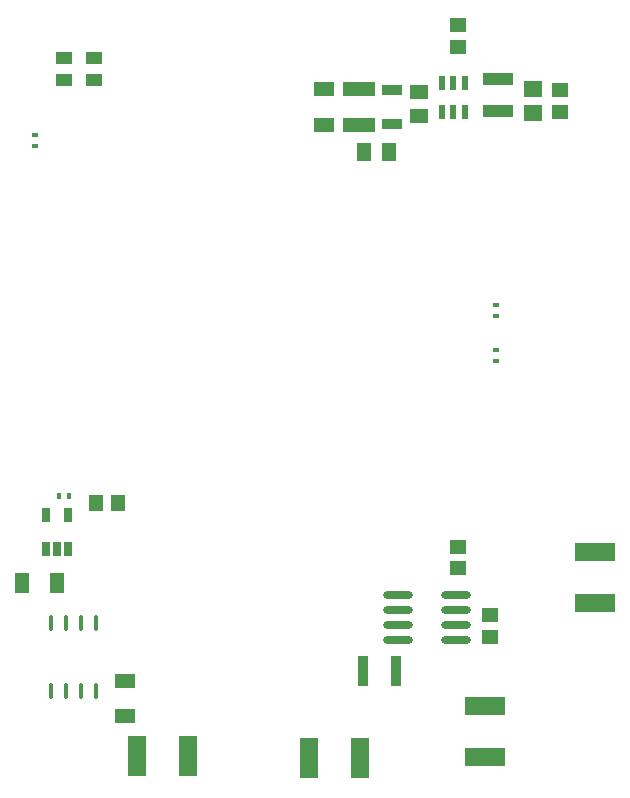
<source format=gbr>
G04 Layer_Color=128*
%FSLAX26Y26*%
%MOIN*%
%TF.FileFunction,Paste,Bot*%
%TF.Part,Single*%
G01*
G75*
%TA.AperFunction,SMDPad,CuDef*%
%ADD10R,0.037402X0.102362*%
%ADD11R,0.045276X0.057087*%
%ADD25R,0.057087X0.045276*%
%ADD26O,0.098425X0.027559*%
%ADD27R,0.066929X0.037402*%
%ADD28R,0.106299X0.045276*%
%ADD29R,0.070866X0.045276*%
%ADD30R,0.061024X0.053150*%
%ADD31R,0.137795X0.062992*%
%ADD32R,0.062992X0.137795*%
%ADD33R,0.102362X0.043307*%
%ADD34R,0.059055X0.049213*%
%ADD35R,0.049213X0.059055*%
%ADD36R,0.021654X0.051181*%
%ADD37R,0.017716X0.021654*%
G04:AMPARAMS|DCode=38|XSize=25.591mil|YSize=47.244mil|CornerRadius=1.919mil|HoleSize=0mil|Usage=FLASHONLY|Rotation=0.000|XOffset=0mil|YOffset=0mil|HoleType=Round|Shape=RoundedRectangle|*
%AMROUNDEDRECTD38*
21,1,0.025591,0.043406,0,0,0.0*
21,1,0.021752,0.047244,0,0,0.0*
1,1,0.003839,0.010876,-0.021703*
1,1,0.003839,-0.010876,-0.021703*
1,1,0.003839,-0.010876,0.021703*
1,1,0.003839,0.010876,0.021703*
%
%ADD38ROUNDEDRECTD38*%
%ADD39R,0.045276X0.070866*%
%ADD40O,0.013780X0.055118*%
%ADD41R,0.055118X0.041339*%
%ADD42R,0.021654X0.017716*%
D10*
X1614174Y-19566D02*
D03*
X1503938D02*
D03*
D11*
X685433Y540000D02*
D03*
X614567D02*
D03*
D25*
X1819998Y324566D02*
D03*
Y395432D02*
D03*
X1927054Y96000D02*
D03*
Y166866D02*
D03*
X2159000Y1845510D02*
D03*
Y1916376D02*
D03*
X1818764Y2133385D02*
D03*
Y2062519D02*
D03*
D26*
X1813716Y233528D02*
D03*
Y183528D02*
D03*
Y133528D02*
D03*
Y83528D02*
D03*
X1620804Y233528D02*
D03*
Y183528D02*
D03*
Y133528D02*
D03*
Y83528D02*
D03*
D27*
X1599000Y1805824D02*
D03*
Y1916062D02*
D03*
D28*
X1489000Y1801890D02*
D03*
Y1920000D02*
D03*
D29*
X1371653Y1802167D02*
D03*
Y1920276D02*
D03*
X710000Y-50944D02*
D03*
Y-169054D02*
D03*
D30*
X2069000Y1841574D02*
D03*
Y1920314D02*
D03*
D31*
X1909000Y-135356D02*
D03*
Y-304646D02*
D03*
X2275056Y378080D02*
D03*
Y208788D02*
D03*
D32*
X1324356Y-310000D02*
D03*
X1493646D02*
D03*
X750866Y-303622D02*
D03*
X920158D02*
D03*
D33*
X1954331Y1952756D02*
D03*
Y1846456D02*
D03*
D34*
X1689000Y1912284D02*
D03*
Y1829606D02*
D03*
D35*
X1590338Y1710942D02*
D03*
X1507662D02*
D03*
D36*
X1842150Y1939604D02*
D03*
X1804748D02*
D03*
X1767346D02*
D03*
Y1845116D02*
D03*
X1804748D02*
D03*
X1842150D02*
D03*
D37*
X488338Y563434D02*
D03*
X523772D02*
D03*
D38*
X520456Y502504D02*
D03*
X445654D02*
D03*
Y386362D02*
D03*
X483056D02*
D03*
X520456D02*
D03*
D39*
X365944Y275000D02*
D03*
X484054D02*
D03*
D40*
X614236Y-86102D02*
D03*
X564236D02*
D03*
X514236D02*
D03*
X464236D02*
D03*
X614236Y140276D02*
D03*
X564236D02*
D03*
X514236D02*
D03*
X464236D02*
D03*
D41*
X508110Y1950709D02*
D03*
Y2025512D02*
D03*
X608110Y1950709D02*
D03*
Y2025512D02*
D03*
D42*
X410000Y1767716D02*
D03*
Y1732284D02*
D03*
X1947150Y1199780D02*
D03*
Y1164347D02*
D03*
Y1049780D02*
D03*
Y1014347D02*
D03*
%TF.MD5,22747553e2a483f0e80259043cf27371*%
M02*

</source>
